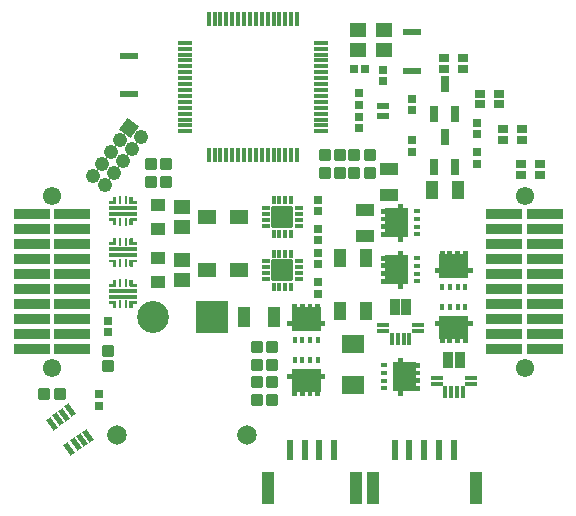
<source format=gts>
G04*
G04 #@! TF.GenerationSoftware,Altium Limited,Altium Designer,24.4.1 (13)*
G04*
G04 Layer_Color=8388736*
%FSLAX44Y44*%
%MOMM*%
G71*
G04*
G04 #@! TF.SameCoordinates,740DF4E5-9B0E-41A3-91D6-8293D7FF8DF9*
G04*
G04*
G04 #@! TF.FilePolarity,Negative*
G04*
G01*
G75*
%ADD17R,1.0000X2.7000*%
%ADD18R,0.6000X1.7000*%
%ADD23R,1.1938X0.3048*%
%ADD24R,0.3048X1.1938*%
%ADD25R,0.7154X0.6725*%
%ADD26R,0.6725X0.7154*%
%ADD27R,1.1400X0.5750*%
%ADD28R,1.4000X1.2000*%
G04:AMPARAMS|DCode=31|XSize=0.6mm|YSize=0.25mm|CornerRadius=0.05mm|HoleSize=0mm|Usage=FLASHONLY|Rotation=270.000|XOffset=0mm|YOffset=0mm|HoleType=Round|Shape=RoundedRectangle|*
%AMROUNDEDRECTD31*
21,1,0.6000,0.1500,0,0,270.0*
21,1,0.5000,0.2500,0,0,270.0*
1,1,0.1000,-0.0750,-0.2500*
1,1,0.1000,-0.0750,0.2500*
1,1,0.1000,0.0750,0.2500*
1,1,0.1000,0.0750,-0.2500*
%
%ADD31ROUNDEDRECTD31*%
%ADD32R,1.2500X1.0000*%
%ADD33R,1.4562X1.2546*%
%ADD34R,0.3500X0.5000*%
%ADD35R,0.5000X0.3500*%
%ADD36R,1.5000X1.0000*%
%ADD37R,1.0000X1.5000*%
G04:AMPARAMS|DCode=38|XSize=1.1mm|YSize=0.45mm|CornerRadius=0mm|HoleSize=0mm|Usage=FLASHONLY|Rotation=125.000|XOffset=0mm|YOffset=0mm|HoleType=Round|Shape=Rectangle|*
%AMROTATEDRECTD38*
4,1,4,0.4998,-0.3215,0.1312,-0.5796,-0.4998,0.3215,-0.1312,0.5796,0.4998,-0.3215,0.0*
%
%ADD38ROTATEDRECTD38*%

%ADD41R,1.5000X1.2000*%
%ADD42R,1.9300X1.6500*%
%ADD44R,1.5000X0.5500*%
%ADD45R,1.0000X1.8000*%
G04:AMPARAMS|DCode=50|XSize=1.1mm|YSize=0.95mm|CornerRadius=0.175mm|HoleSize=0mm|Usage=FLASHONLY|Rotation=90.000|XOffset=0mm|YOffset=0mm|HoleType=Round|Shape=RoundedRectangle|*
%AMROUNDEDRECTD50*
21,1,1.1000,0.6000,0,0,90.0*
21,1,0.7500,0.9500,0,0,90.0*
1,1,0.3500,0.3000,0.3750*
1,1,0.3500,0.3000,-0.3750*
1,1,0.3500,-0.3000,-0.3750*
1,1,0.3500,-0.3000,0.3750*
%
%ADD50ROUNDEDRECTD50*%
%ADD51R,3.0700X0.8900*%
%ADD52R,0.4500X1.0000*%
%ADD53R,1.0000X0.4500*%
%ADD54R,0.7500X1.3500*%
%ADD55R,0.9500X0.6500*%
G04:AMPARAMS|DCode=56|XSize=0.3mm|YSize=2.4mm|CornerRadius=0.0495mm|HoleSize=0mm|Usage=FLASHONLY|Rotation=270.000|XOffset=0mm|YOffset=0mm|HoleType=Round|Shape=RoundedRectangle|*
%AMROUNDEDRECTD56*
21,1,0.3000,2.3010,0,0,270.0*
21,1,0.2010,2.4000,0,0,270.0*
1,1,0.0990,-1.1505,-0.1005*
1,1,0.0990,-1.1505,0.1005*
1,1,0.0990,1.1505,0.1005*
1,1,0.0990,1.1505,-0.1005*
%
%ADD56ROUNDEDRECTD56*%
%ADD57C,0.2700*%
%ADD58C,0.2546*%
%ADD59C,0.2700*%
G04:AMPARAMS|DCode=60|XSize=0.4mm|YSize=0.75mm|CornerRadius=0.125mm|HoleSize=0mm|Usage=FLASHONLY|Rotation=90.000|XOffset=0mm|YOffset=0mm|HoleType=Round|Shape=RoundedRectangle|*
%AMROUNDEDRECTD60*
21,1,0.4000,0.5000,0,0,90.0*
21,1,0.1500,0.7500,0,0,90.0*
1,1,0.2500,0.2500,0.0750*
1,1,0.2500,0.2500,-0.0750*
1,1,0.2500,-0.2500,-0.0750*
1,1,0.2500,-0.2500,0.0750*
%
%ADD60ROUNDEDRECTD60*%
G04:AMPARAMS|DCode=61|XSize=0.4mm|YSize=0.75mm|CornerRadius=0.125mm|HoleSize=0mm|Usage=FLASHONLY|Rotation=0.000|XOffset=0mm|YOffset=0mm|HoleType=Round|Shape=RoundedRectangle|*
%AMROUNDEDRECTD61*
21,1,0.4000,0.5000,0,0,0.0*
21,1,0.1500,0.7500,0,0,0.0*
1,1,0.2500,0.0750,-0.2500*
1,1,0.2500,-0.0750,-0.2500*
1,1,0.2500,-0.0750,0.2500*
1,1,0.2500,0.0750,0.2500*
%
%ADD61ROUNDEDRECTD61*%
G04:AMPARAMS|DCode=62|XSize=1.85mm|YSize=1.85mm|CornerRadius=0.126mm|HoleSize=0mm|Usage=FLASHONLY|Rotation=0.000|XOffset=0mm|YOffset=0mm|HoleType=Round|Shape=RoundedRectangle|*
%AMROUNDEDRECTD62*
21,1,1.8500,1.5980,0,0,0.0*
21,1,1.5980,1.8500,0,0,0.0*
1,1,0.2520,0.7990,-0.7990*
1,1,0.2520,-0.7990,-0.7990*
1,1,0.2520,-0.7990,0.7990*
1,1,0.2520,0.7990,0.7990*
%
%ADD62ROUNDEDRECTD62*%
G04:AMPARAMS|DCode=63|XSize=1.1mm|YSize=0.95mm|CornerRadius=0.175mm|HoleSize=0mm|Usage=FLASHONLY|Rotation=0.000|XOffset=0mm|YOffset=0mm|HoleType=Round|Shape=RoundedRectangle|*
%AMROUNDEDRECTD63*
21,1,1.1000,0.6000,0,0,0.0*
21,1,0.7500,0.9500,0,0,0.0*
1,1,0.3500,0.3750,-0.3000*
1,1,0.3500,-0.3750,-0.3000*
1,1,0.3500,-0.3750,0.3000*
1,1,0.3500,0.3750,0.3000*
%
%ADD63ROUNDEDRECTD63*%
%ADD64R,0.9500X1.4500*%
%ADD65R,0.9500X1.4500*%
%ADD66R,0.9500X1.4500*%
%ADD67R,0.9500X1.4500*%
%ADD68C,1.5500*%
%ADD69R,2.7000X2.7000*%
%ADD70C,2.7000*%
%ADD71C,1.6580*%
%ADD72C,1.2100*%
%ADD73P,1.7112X4X98.0*%
G36*
X-132000Y72000D02*
X-131901D01*
X-131717Y71924D01*
X-131576Y71783D01*
X-131500Y71599D01*
Y71500D01*
X-131500Y71500D01*
Y68500D01*
X-128500Y68500D01*
X-128401D01*
X-128217Y68424D01*
X-128076Y68283D01*
X-128000Y68099D01*
Y68000D01*
X-128000Y68000D01*
X-128000Y66500D01*
X-128000Y66400D01*
X-128076Y66217D01*
X-128217Y66076D01*
X-128401Y66000D01*
X-128500Y66000D01*
X-128500D01*
X-134000Y66000D01*
X-134100Y66000D01*
X-134283Y66076D01*
X-134424Y66217D01*
X-134500Y66401D01*
X-134500Y66500D01*
X-134500Y66500D01*
Y71500D01*
X-134500Y71599D01*
X-134424Y71783D01*
X-134283Y71924D01*
X-134100Y72000D01*
X-134000Y72000D01*
Y72000D01*
X-132000Y72000D01*
D02*
G37*
G36*
X-145717Y71924D02*
X-145576Y71783D01*
X-145500Y71599D01*
X-145500Y71500D01*
X-145500Y66500D01*
X-145500Y66500D01*
X-145500Y66400D01*
X-145576Y66217D01*
X-145717Y66076D01*
X-145900Y66000D01*
X-146000Y66000D01*
X-151500D01*
X-151600Y66000D01*
X-151783Y66076D01*
X-151924Y66217D01*
X-152000Y66400D01*
X-152000Y66500D01*
Y68000D01*
X-152000Y68099D01*
X-151924Y68283D01*
X-151783Y68424D01*
X-151600Y68500D01*
X-151500Y68500D01*
X-148500Y68500D01*
Y71500D01*
X-148500Y71599D01*
X-148424Y71783D01*
X-148283Y71924D01*
X-148099Y72000D01*
X-148000Y72000D01*
X-146000Y72000D01*
X-146000Y72000D01*
X-145900Y72000D01*
X-145717Y71924D01*
D02*
G37*
G36*
X-128217Y53924D02*
X-128076Y53783D01*
X-128000Y53599D01*
X-128000Y53500D01*
X-128000Y52000D01*
X-128000D01*
X-128000Y51901D01*
X-128076Y51717D01*
X-128217Y51576D01*
X-128401Y51500D01*
X-128500Y51500D01*
X-131500D01*
Y48500D01*
X-131500D01*
X-131500Y48401D01*
X-131576Y48217D01*
X-131717Y48076D01*
X-131901Y48000D01*
X-132000Y48000D01*
X-134000Y48000D01*
X-134100Y48000D01*
X-134283Y48076D01*
X-134424Y48217D01*
X-134500Y48401D01*
X-134500Y48500D01*
Y53500D01*
X-134500D01*
X-134500Y53599D01*
X-134424Y53783D01*
X-134283Y53924D01*
X-134100Y54000D01*
X-134000Y54000D01*
X-128500Y54000D01*
X-128500Y54000D01*
X-128401Y54000D01*
X-128217Y53924D01*
D02*
G37*
G36*
X-146000Y54000D02*
X-145901Y54000D01*
X-145717Y53924D01*
X-145576Y53783D01*
X-145500Y53599D01*
X-145500Y53500D01*
X-145500D01*
X-145500Y48500D01*
X-145500Y48401D01*
X-145576Y48217D01*
X-145717Y48076D01*
X-145900Y48000D01*
X-146000Y48000D01*
X-146000D01*
X-148000Y48000D01*
X-148099Y48000D01*
X-148283Y48076D01*
X-148424Y48217D01*
X-148500Y48401D01*
X-148500Y48500D01*
X-148500D01*
Y51500D01*
X-151500D01*
X-151600Y51500D01*
X-151783Y51576D01*
X-151924Y51717D01*
X-152000Y51901D01*
X-152000Y52000D01*
Y53500D01*
X-152000Y53599D01*
X-151924Y53783D01*
X-151783Y53924D01*
X-151600Y54000D01*
X-151500Y54000D01*
Y54000D01*
X-146000Y54000D01*
D02*
G37*
G36*
X-132000Y37000D02*
X-131901D01*
X-131717Y36924D01*
X-131576Y36783D01*
X-131500Y36599D01*
Y36500D01*
X-131500Y36500D01*
Y33500D01*
X-128500Y33500D01*
X-128401D01*
X-128217Y33424D01*
X-128076Y33283D01*
X-128000Y33099D01*
Y33000D01*
X-128000Y33000D01*
X-128000Y31500D01*
X-128000Y31400D01*
X-128076Y31217D01*
X-128217Y31076D01*
X-128401Y31000D01*
X-128500Y31000D01*
X-128500D01*
X-134000Y31000D01*
X-134100Y31000D01*
X-134283Y31076D01*
X-134424Y31217D01*
X-134500Y31400D01*
X-134500Y31500D01*
X-134500Y31500D01*
Y36500D01*
X-134500Y36599D01*
X-134424Y36783D01*
X-134283Y36924D01*
X-134100Y37000D01*
X-134000Y37000D01*
Y37000D01*
X-132000Y37000D01*
D02*
G37*
G36*
X-145717Y36924D02*
X-145576Y36783D01*
X-145500Y36599D01*
X-145500Y36500D01*
X-145500Y31500D01*
X-145500Y31500D01*
X-145500Y31400D01*
X-145576Y31217D01*
X-145717Y31076D01*
X-145901Y31000D01*
X-146000Y31000D01*
X-151500D01*
X-151600Y31000D01*
X-151783Y31076D01*
X-151924Y31217D01*
X-152000Y31400D01*
X-152000Y31500D01*
Y33000D01*
X-152000Y33100D01*
X-151924Y33283D01*
X-151783Y33424D01*
X-151600Y33500D01*
X-151500Y33500D01*
X-148500Y33500D01*
Y36500D01*
X-148500Y36599D01*
X-148424Y36783D01*
X-148283Y36924D01*
X-148099Y37000D01*
X-148000Y37000D01*
X-146000Y37000D01*
X-146000Y37000D01*
X-145901Y37000D01*
X-145717Y36924D01*
D02*
G37*
G36*
X97250Y62250D02*
X101400D01*
Y37750D01*
X97250D01*
Y33950D01*
X92950D01*
Y37750D01*
X81600D01*
Y38250D01*
X78600D01*
Y42250D01*
X81600D01*
Y44750D01*
X78600D01*
Y48750D01*
X81600D01*
Y51250D01*
X78600D01*
Y55250D01*
X81600D01*
Y57750D01*
X78600D01*
Y61750D01*
X81600D01*
Y62250D01*
X92950D01*
Y66050D01*
X97250D01*
Y62250D01*
D02*
G37*
G36*
X151750Y23400D02*
X152250D01*
Y12050D01*
X156050D01*
Y7750D01*
X152250D01*
Y3600D01*
X127750D01*
Y7750D01*
X123950D01*
Y12050D01*
X127750D01*
Y23400D01*
X128250D01*
Y26400D01*
X132250D01*
Y23400D01*
X134750D01*
Y26400D01*
X138750D01*
Y23400D01*
X141250D01*
Y26400D01*
X145250D01*
Y23400D01*
X147750D01*
Y26400D01*
X151750D01*
Y23400D01*
D02*
G37*
G36*
X-128217Y18924D02*
X-128076Y18783D01*
X-128000Y18599D01*
X-128000Y18500D01*
X-128000Y17000D01*
X-128000D01*
X-128000Y16901D01*
X-128076Y16717D01*
X-128217Y16576D01*
X-128401Y16500D01*
X-128500Y16500D01*
X-131500D01*
Y13500D01*
X-131500D01*
X-131500Y13400D01*
X-131576Y13217D01*
X-131717Y13076D01*
X-131901Y13000D01*
X-132000Y13000D01*
X-134000Y13000D01*
X-134100Y13000D01*
X-134283Y13076D01*
X-134424Y13217D01*
X-134500Y13400D01*
X-134500Y13500D01*
Y18500D01*
X-134500D01*
X-134500Y18599D01*
X-134424Y18783D01*
X-134283Y18924D01*
X-134100Y19000D01*
X-134000Y19000D01*
X-128500Y19000D01*
X-128500Y19000D01*
X-128401Y19000D01*
X-128217Y18924D01*
D02*
G37*
G36*
X-146000Y19000D02*
X-145901Y19000D01*
X-145717Y18924D01*
X-145576Y18783D01*
X-145500Y18599D01*
X-145500Y18500D01*
X-145500D01*
X-145500Y13500D01*
X-145500Y13400D01*
X-145576Y13217D01*
X-145717Y13076D01*
X-145901Y13000D01*
X-146000Y13000D01*
X-146000D01*
X-148000Y13000D01*
X-148099Y13000D01*
X-148283Y13076D01*
X-148424Y13217D01*
X-148500Y13400D01*
X-148500Y13500D01*
X-148500D01*
Y16500D01*
X-151500D01*
X-151600Y16500D01*
X-151783Y16576D01*
X-151924Y16717D01*
X-152000Y16901D01*
X-152000Y17000D01*
Y18500D01*
X-152000Y18599D01*
X-151924Y18783D01*
X-151783Y18924D01*
X-151600Y19000D01*
X-151500Y19000D01*
Y19000D01*
X-146000Y19000D01*
D02*
G37*
G36*
X-132000Y2000D02*
X-131901D01*
X-131717Y1924D01*
X-131576Y1783D01*
X-131500Y1599D01*
Y1500D01*
X-131500Y1500D01*
Y-1500D01*
X-128500Y-1500D01*
X-128401D01*
X-128217Y-1576D01*
X-128076Y-1717D01*
X-128000Y-1901D01*
Y-2000D01*
X-128000Y-2000D01*
X-128000Y-3500D01*
X-128000Y-3600D01*
X-128076Y-3783D01*
X-128217Y-3924D01*
X-128401Y-4000D01*
X-128500Y-4000D01*
X-128500D01*
X-134000Y-4000D01*
X-134100Y-4000D01*
X-134283Y-3924D01*
X-134424Y-3783D01*
X-134500Y-3600D01*
X-134500Y-3500D01*
X-134500Y-3500D01*
Y1500D01*
X-134500Y1599D01*
X-134424Y1783D01*
X-134283Y1924D01*
X-134100Y2000D01*
X-134000Y2000D01*
Y2000D01*
X-132000Y2000D01*
D02*
G37*
G36*
X-145717Y1924D02*
X-145576Y1783D01*
X-145500Y1599D01*
X-145500Y1500D01*
X-145500Y-3500D01*
X-145500Y-3500D01*
X-145500Y-3600D01*
X-145576Y-3783D01*
X-145717Y-3924D01*
X-145900Y-4000D01*
X-146000Y-4000D01*
X-151500D01*
X-151600Y-4000D01*
X-151783Y-3924D01*
X-151924Y-3783D01*
X-152000Y-3600D01*
X-152000Y-3500D01*
Y-2000D01*
X-152000Y-1901D01*
X-151924Y-1717D01*
X-151783Y-1576D01*
X-151600Y-1500D01*
X-151500Y-1500D01*
X-148500Y-1500D01*
Y1500D01*
X-148500Y1599D01*
X-148424Y1783D01*
X-148283Y1924D01*
X-148099Y2000D01*
X-148000Y2000D01*
X-146000Y2000D01*
X-146000Y2000D01*
X-145900Y2000D01*
X-145717Y1924D01*
D02*
G37*
G36*
X97150Y22625D02*
X101300D01*
Y-1875D01*
X97150D01*
Y-5675D01*
X92850D01*
Y-1875D01*
X81500D01*
Y-1375D01*
X78500D01*
Y2625D01*
X81500D01*
Y5125D01*
X78500D01*
Y9125D01*
X81500D01*
Y11625D01*
X78500D01*
Y15625D01*
X81500D01*
Y18125D01*
X78500D01*
Y22125D01*
X81500D01*
Y22625D01*
X92850D01*
Y26425D01*
X97150D01*
Y22625D01*
D02*
G37*
G36*
X-128217Y-16076D02*
X-128076Y-16217D01*
X-128000Y-16401D01*
X-128000Y-16500D01*
X-128000Y-18000D01*
X-128000D01*
X-128000Y-18099D01*
X-128076Y-18283D01*
X-128217Y-18424D01*
X-128401Y-18500D01*
X-128500Y-18500D01*
X-131500D01*
Y-21500D01*
X-131500D01*
X-131500Y-21600D01*
X-131576Y-21783D01*
X-131717Y-21924D01*
X-131901Y-22000D01*
X-132000Y-22000D01*
X-134000Y-22000D01*
X-134100Y-22000D01*
X-134283Y-21924D01*
X-134424Y-21783D01*
X-134500Y-21600D01*
X-134500Y-21500D01*
Y-16500D01*
X-134500D01*
X-134500Y-16401D01*
X-134424Y-16217D01*
X-134283Y-16076D01*
X-134100Y-16000D01*
X-134000Y-16000D01*
X-128500Y-16000D01*
X-128500Y-16000D01*
X-128401Y-16000D01*
X-128217Y-16076D01*
D02*
G37*
G36*
X-146000Y-16000D02*
X-145901Y-16000D01*
X-145717Y-16076D01*
X-145576Y-16217D01*
X-145500Y-16401D01*
X-145500Y-16500D01*
X-145500D01*
X-145500Y-21500D01*
X-145500Y-21600D01*
X-145576Y-21783D01*
X-145717Y-21924D01*
X-145900Y-22000D01*
X-146000Y-22000D01*
X-146000D01*
X-148000Y-22000D01*
X-148099Y-22000D01*
X-148283Y-21924D01*
X-148424Y-21783D01*
X-148500Y-21600D01*
X-148500Y-21500D01*
X-148500D01*
Y-18500D01*
X-151500D01*
X-151600Y-18500D01*
X-151783Y-18424D01*
X-151924Y-18283D01*
X-152000Y-18099D01*
X-152000Y-18000D01*
Y-16500D01*
X-152000Y-16401D01*
X-151924Y-16217D01*
X-151783Y-16076D01*
X-151600Y-16000D01*
X-151500Y-16000D01*
Y-16000D01*
X-146000Y-16000D01*
D02*
G37*
G36*
X26750Y-21600D02*
X27250D01*
Y-32950D01*
X31050D01*
Y-37250D01*
X27250D01*
Y-41400D01*
X2750D01*
Y-37250D01*
X-1050D01*
Y-32950D01*
X2750D01*
Y-21600D01*
X3250D01*
Y-18600D01*
X7250D01*
Y-21600D01*
X9750D01*
Y-18600D01*
X13750D01*
Y-21600D01*
X16250D01*
Y-18600D01*
X20250D01*
Y-21600D01*
X22750D01*
Y-18600D01*
X26750D01*
Y-21600D01*
D02*
G37*
G36*
X152250Y-32750D02*
X156050D01*
Y-37050D01*
X152250D01*
Y-48400D01*
X151750D01*
Y-51400D01*
X147750D01*
Y-48400D01*
X145250D01*
Y-51400D01*
X141250D01*
Y-48400D01*
X138750D01*
Y-51400D01*
X134750D01*
Y-48400D01*
X132250D01*
Y-51400D01*
X128250D01*
Y-48400D01*
X127750D01*
Y-37050D01*
X123950D01*
Y-32750D01*
X127750D01*
Y-28600D01*
X152250D01*
Y-32750D01*
D02*
G37*
G36*
X27250Y-77750D02*
X31050D01*
Y-82050D01*
X27250D01*
Y-93400D01*
X26750D01*
Y-96400D01*
X22750D01*
Y-93400D01*
X20250D01*
Y-96400D01*
X16250D01*
Y-93400D01*
X13750D01*
Y-96400D01*
X9750D01*
Y-93400D01*
X7250D01*
Y-96400D01*
X3250D01*
Y-93400D01*
X2750D01*
Y-82050D01*
X-1050D01*
Y-77750D01*
X2750D01*
Y-73600D01*
X27250D01*
Y-77750D01*
D02*
G37*
G36*
X97150Y-68125D02*
X108500D01*
Y-68625D01*
X111500D01*
Y-72625D01*
X108500D01*
Y-75125D01*
X111500D01*
Y-79125D01*
X108500D01*
Y-81625D01*
X111500D01*
Y-85625D01*
X108500D01*
Y-88125D01*
X111500D01*
Y-92125D01*
X108500D01*
Y-92625D01*
X97150D01*
Y-96425D01*
X92850D01*
Y-92625D01*
X88700D01*
Y-68125D01*
X92850D01*
Y-64325D01*
X97150D01*
Y-68125D01*
D02*
G37*
D17*
X71500Y-174250D02*
D03*
X158500D02*
D03*
X-17250D02*
D03*
X57250D02*
D03*
D18*
X140000Y-142250D02*
D03*
X127500D02*
D03*
X115000D02*
D03*
X102500D02*
D03*
X90000D02*
D03*
X1250D02*
D03*
X13750D02*
D03*
X26250D02*
D03*
X38750D02*
D03*
D23*
X27500Y127500D02*
D03*
Y132500D02*
D03*
Y137500D02*
D03*
Y142500D02*
D03*
Y147500D02*
D03*
Y152500D02*
D03*
Y157500D02*
D03*
Y162500D02*
D03*
Y167500D02*
D03*
Y172500D02*
D03*
Y177500D02*
D03*
Y182500D02*
D03*
Y187500D02*
D03*
Y192500D02*
D03*
Y197500D02*
D03*
Y202500D02*
D03*
X-87500D02*
D03*
Y197500D02*
D03*
Y192500D02*
D03*
Y187500D02*
D03*
Y182500D02*
D03*
Y177500D02*
D03*
Y172500D02*
D03*
Y167500D02*
D03*
Y162500D02*
D03*
Y157500D02*
D03*
Y152500D02*
D03*
Y147500D02*
D03*
Y142500D02*
D03*
Y137500D02*
D03*
Y132500D02*
D03*
Y127500D02*
D03*
D24*
X7500Y222500D02*
D03*
X2500D02*
D03*
X-2500D02*
D03*
X-7500D02*
D03*
X-12500D02*
D03*
X-17500D02*
D03*
X-22500D02*
D03*
X-27500D02*
D03*
X-32500D02*
D03*
X-37500D02*
D03*
X-42500D02*
D03*
X-47500D02*
D03*
X-52500D02*
D03*
X-57500D02*
D03*
X-62500D02*
D03*
X-67500D02*
D03*
Y107500D02*
D03*
X-62500D02*
D03*
X-57500D02*
D03*
X-52500D02*
D03*
X-47500D02*
D03*
X-42500D02*
D03*
X-37500D02*
D03*
X-32500D02*
D03*
X-27500D02*
D03*
X-22500D02*
D03*
X-17500D02*
D03*
X-12500D02*
D03*
X-7500D02*
D03*
X-2500D02*
D03*
X2500D02*
D03*
X7500D02*
D03*
D25*
X65000Y180000D02*
D03*
X55429D02*
D03*
D26*
X60000Y150214D02*
D03*
Y159786D02*
D03*
X80000Y179786D02*
D03*
Y170214D02*
D03*
X60000Y130214D02*
D03*
Y139786D02*
D03*
X105000Y145214D02*
D03*
Y154786D02*
D03*
X-152500Y-42286D02*
D03*
Y-32714D02*
D03*
X160000Y125214D02*
D03*
Y134786D02*
D03*
Y109786D02*
D03*
Y100214D02*
D03*
X-160000Y-104786D02*
D03*
Y-95214D02*
D03*
X25000Y35214D02*
D03*
Y44786D02*
D03*
Y60214D02*
D03*
Y69786D02*
D03*
Y-9786D02*
D03*
Y-214D02*
D03*
Y15214D02*
D03*
Y24786D02*
D03*
X105000Y119786D02*
D03*
Y110214D02*
D03*
D27*
X80000Y140875D02*
D03*
Y149125D02*
D03*
D28*
X59000Y196500D02*
D03*
X81000D02*
D03*
Y213500D02*
D03*
X59000D02*
D03*
D31*
X-137750Y-19000D02*
D03*
X-142250D02*
D03*
Y-1000D02*
D03*
X-137750D02*
D03*
X-137750Y34000D02*
D03*
X-142250D02*
D03*
Y16000D02*
D03*
X-137750D02*
D03*
X-137750Y69000D02*
D03*
X-142250D02*
D03*
Y51000D02*
D03*
X-137750D02*
D03*
D32*
X-110000Y20000D02*
D03*
Y0D02*
D03*
Y65000D02*
D03*
Y45000D02*
D03*
D33*
X-90000Y18258D02*
D03*
Y1742D02*
D03*
Y63258D02*
D03*
Y46742D02*
D03*
D34*
X130250Y-20900D02*
D03*
X136750D02*
D03*
X143250D02*
D03*
X149750D02*
D03*
X130250Y-4100D02*
D03*
X136750D02*
D03*
X143250D02*
D03*
X149750D02*
D03*
X5250Y-65900D02*
D03*
X11750D02*
D03*
X18250D02*
D03*
X24750D02*
D03*
X24750Y-49100D02*
D03*
X18250D02*
D03*
X11750D02*
D03*
X5250D02*
D03*
D35*
X109000Y20125D02*
D03*
Y13625D02*
D03*
Y7125D02*
D03*
Y625D02*
D03*
X109100Y40250D02*
D03*
Y46750D02*
D03*
Y53250D02*
D03*
Y59750D02*
D03*
X81000Y-90125D02*
D03*
Y-83625D02*
D03*
Y-77125D02*
D03*
Y-70625D02*
D03*
D36*
X85000Y96000D02*
D03*
Y74000D02*
D03*
X65000Y61000D02*
D03*
Y39000D02*
D03*
D37*
X44000Y20000D02*
D03*
X66000D02*
D03*
X44000Y-25000D02*
D03*
X66000D02*
D03*
X121500Y77500D02*
D03*
X143500D02*
D03*
D38*
X-185530Y-141241D02*
D03*
X-180206Y-137513D02*
D03*
X-174881Y-133785D02*
D03*
X-169557Y-130057D02*
D03*
X-184470Y-108759D02*
D03*
X-189794Y-112487D02*
D03*
X-195119Y-116215D02*
D03*
X-200443Y-119943D02*
D03*
D41*
X-41500Y55000D02*
D03*
X-68500D02*
D03*
X-41500Y10000D02*
D03*
X-68500D02*
D03*
D42*
X55000Y-87250D02*
D03*
Y-52750D02*
D03*
D44*
X-135000Y191250D02*
D03*
Y158750D02*
D03*
X105000Y211250D02*
D03*
Y178750D02*
D03*
D45*
X-12500Y-30000D02*
D03*
X-37500D02*
D03*
D50*
X-26500Y-100000D02*
D03*
X-13500D02*
D03*
X-116500Y100000D02*
D03*
X-103500D02*
D03*
Y85000D02*
D03*
X-116500D02*
D03*
X-193500Y-95000D02*
D03*
X-206500D02*
D03*
X-13500Y-55000D02*
D03*
X-26500D02*
D03*
X-13500Y-70000D02*
D03*
X-26500D02*
D03*
X-26500Y-85000D02*
D03*
X-13500D02*
D03*
X69000Y107500D02*
D03*
X56000D02*
D03*
X44000D02*
D03*
X31000D02*
D03*
X69000Y92500D02*
D03*
X56000D02*
D03*
X44000D02*
D03*
X31000D02*
D03*
D51*
X217150Y-57150D02*
D03*
X182850D02*
D03*
X217150Y-44450D02*
D03*
X182850D02*
D03*
X217150Y-31750D02*
D03*
X182850D02*
D03*
X217150Y-19050D02*
D03*
X182850D02*
D03*
X217150Y-6350D02*
D03*
X182850D02*
D03*
X217150Y6350D02*
D03*
X182850D02*
D03*
X217150Y19050D02*
D03*
X182850D02*
D03*
X217150Y31750D02*
D03*
X182850D02*
D03*
X217150Y44450D02*
D03*
X182850D02*
D03*
X217150Y57150D02*
D03*
X182850D02*
D03*
X-182850Y-57150D02*
D03*
X-217150D02*
D03*
X-182850Y-44450D02*
D03*
X-217150D02*
D03*
X-182850Y-31750D02*
D03*
X-217150D02*
D03*
X-182850Y-19050D02*
D03*
X-217150D02*
D03*
X-182850Y-6350D02*
D03*
X-217150D02*
D03*
X-182850Y6350D02*
D03*
X-217150D02*
D03*
X-182850Y19050D02*
D03*
X-217150D02*
D03*
X-182850Y31750D02*
D03*
X-217150D02*
D03*
X-182850Y44450D02*
D03*
X-217150D02*
D03*
X-182850Y57150D02*
D03*
X-217150D02*
D03*
D52*
X87500Y-48480D02*
D03*
X92500D02*
D03*
X97500D02*
D03*
X102500D02*
D03*
X147500Y-93480D02*
D03*
X142500D02*
D03*
X137500D02*
D03*
X132500D02*
D03*
D53*
X109500Y-41480D02*
D03*
Y-36480D02*
D03*
X80500Y-41480D02*
D03*
Y-36480D02*
D03*
X125500Y-81480D02*
D03*
Y-86480D02*
D03*
X154500Y-81480D02*
D03*
Y-86480D02*
D03*
D54*
X123500Y142000D02*
D03*
X141500D02*
D03*
X132500Y168000D02*
D03*
Y123000D02*
D03*
X141500Y97000D02*
D03*
X123500D02*
D03*
D55*
X182000Y129500D02*
D03*
X198000D02*
D03*
X182000Y120500D02*
D03*
X198000D02*
D03*
X197000Y99500D02*
D03*
X213000D02*
D03*
X197000Y90500D02*
D03*
X213000D02*
D03*
X132000Y189500D02*
D03*
X148000D02*
D03*
X132000Y180500D02*
D03*
X148000D02*
D03*
X162000Y159500D02*
D03*
X178000D02*
D03*
X162000Y150500D02*
D03*
X178000D02*
D03*
D56*
X-140000Y-12500D02*
D03*
Y-7500D02*
D03*
X-140000Y27500D02*
D03*
Y22500D02*
D03*
X-140000Y62500D02*
D03*
Y57500D02*
D03*
D57*
X-133000Y-17500D02*
D03*
X-133000Y17500D02*
D03*
X-133000Y52500D02*
D03*
D58*
X-147500Y-17500D02*
D03*
Y-2500D02*
D03*
X-147500Y32500D02*
D03*
Y17500D02*
D03*
X-147500Y67500D02*
D03*
Y52500D02*
D03*
D59*
X-133000Y500D02*
D03*
X-133000Y35500D02*
D03*
X-133000Y70500D02*
D03*
D60*
X-19000Y62500D02*
D03*
Y57500D02*
D03*
Y52500D02*
D03*
Y47500D02*
D03*
X9000D02*
D03*
Y52500D02*
D03*
Y57500D02*
D03*
Y62500D02*
D03*
X-19000Y17500D02*
D03*
Y12500D02*
D03*
Y7500D02*
D03*
Y2500D02*
D03*
X9000D02*
D03*
Y7500D02*
D03*
Y12500D02*
D03*
Y17500D02*
D03*
D61*
X-12500Y41000D02*
D03*
X-7500D02*
D03*
X-2500D02*
D03*
X2500D02*
D03*
Y69000D02*
D03*
X-2500D02*
D03*
X-7500D02*
D03*
X-12500D02*
D03*
Y-4000D02*
D03*
X-7500D02*
D03*
X-2500D02*
D03*
X2500D02*
D03*
Y24000D02*
D03*
X-2500D02*
D03*
X-7500D02*
D03*
X-12500D02*
D03*
D62*
X-5000Y55000D02*
D03*
Y10000D02*
D03*
D63*
X-152500Y-71500D02*
D03*
Y-58500D02*
D03*
D64*
X90000Y-21480D02*
D03*
D65*
X100000D02*
D03*
D66*
X145000Y-66480D02*
D03*
D67*
X135000D02*
D03*
D68*
X200000Y-73050D02*
D03*
Y73050D02*
D03*
X-200000Y-73050D02*
D03*
Y73050D02*
D03*
X200000Y-73050D02*
D03*
Y73050D02*
D03*
X-200000Y-73050D02*
D03*
Y73050D02*
D03*
D69*
X-65000Y-30000D02*
D03*
D70*
X-115000D02*
D03*
D71*
X-145000Y-130000D02*
D03*
X-35000D02*
D03*
D72*
X-155143Y82072D02*
D03*
X-165286Y89715D02*
D03*
X-147500Y92214D02*
D03*
X-157643Y99857D02*
D03*
X-139857Y102357D02*
D03*
X-150000Y110000D02*
D03*
X-132214Y112500D02*
D03*
X-142357Y120143D02*
D03*
X-124571Y122642D02*
D03*
D73*
X-134714Y130285D02*
D03*
M02*

</source>
